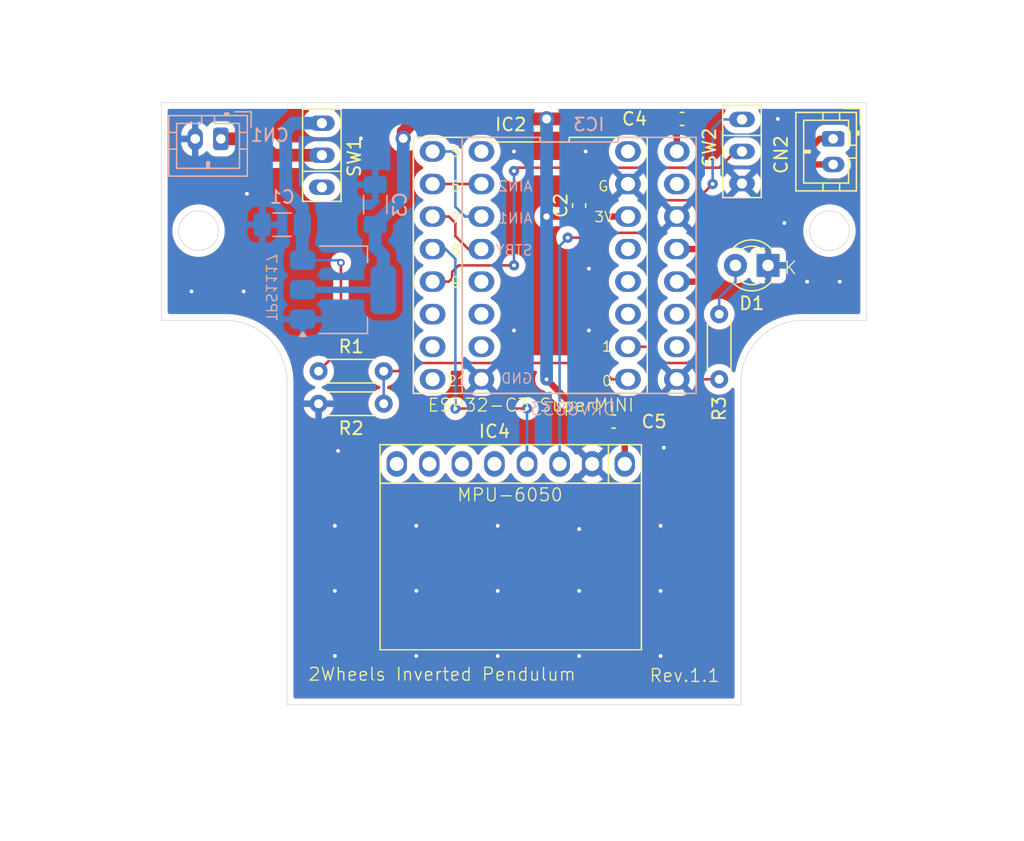
<source format=kicad_pcb>
(kicad_pcb (version 20241229) (generator "pcbnew") (generator_version "9.0")
  (layers (0 "F.Cu" signal) (2 "B.Cu" signal) (13 "F.Paste" user) (15 "B.Paste" user) (5 "F.SilkS" user "F.Silkscreen") (7 "B.SilkS" user "B.Silkscreen") (1 "F.Mask" user) (3 "B.Mask" user) (25 "Edge.Cuts" user))
  (net 0 "")
  (net 1 "GND")
  (net 2 "+3.3V")
  (net 3 "Net-(CN1-Pin_1)")
  (net 4 "Net-(CN2-Pin_1)")
  (net 5 "Net-(CN2-Pin_2)")
  (net 6 "Net-(D1-A)")
  (net 7 "Net-(IC1-VI)")
  (net 8 "Net-(IC2-GPIO8)")
  (net 9 "Net-(IC2-GPIO5)")
  (net 13 "Net-(IC2-GPIO0)")
  (net 15 "Net-(IC2-GPIO1)")
  (net 17 "Net-(IC2-GPIO7)")
  (net 20 "Net-(IC2-GPIO6)")
  (net 21 "Net-(IC2-GPIO9)")
  (net 30 "Net-(IC4-SCL)")
  (footprint "My_Library:MPU-6050 Module" (layer "F.Cu") (at 139.746 111.204 180)
    (property "Reference" "IC4" (at 1.27 2.54 180) (layer "F.SilkS"))
    (property "Value" "MPU-6050 Module")
    (fp_line (start 10.19 1.5) (end -10.19 1.5) (stroke (width 0.12)) (layer "F.SilkS"))
    (fp_line (start 10.19 -14.5) (end 10.19 1.5) (stroke (width 0.12)) (layer "F.SilkS"))
    (fp_line (start -7.62 -1.5) (end -7.62 1.5) (stroke (width 0.12)) (layer "F.SilkS"))
    (fp_line (start -10.19 1.5) (end -10.19 -14.5) (stroke (width 0.12)) (layer "F.SilkS"))
    (fp_line (start -10.19 -1.5) (end 10.19 -1.5) (stroke (width 0.12)) (layer "F.SilkS"))
    (fp_line (start -10.19 -14.5) (end 10.19 -14.5) (stroke (width 0.1)) (layer "F.SilkS"))
    (pad "1" thru_hole oval (at -8.89 0 180) (size 1.6 2) (drill 1.1) (layers "*.Cu" "*.Mask") (net 2 "+3.3V"))
    (pad "2" thru_hole oval (at -6.35 0 180) (size 1.6 2) (drill 1.1) (layers "*.Cu" "*.Mask") (net 1 "GND"))
    (pad "3" thru_hole oval (at -3.81 0 180) (size 1.6 2) (drill 1.1) (layers "*.Cu" "*.Mask") (net 30 "Net-(IC4-SCL)"))
    (pad "4" thru_hole oval (at -1.27 0 180) (size 1.6 2) (drill 1.1) (layers "*.Cu" "*.Mask") (net 8 "Net-(IC2-GPIO8)"))
    (pad "5" thru_hole oval (at 1.27 0 180) (size 1.6 2) (drill 1.1) (layers "*.Cu" "*.Mask"))
    (pad "6" thru_hole oval (at 3.81 0 180) (size 1.6 2) (drill 1.1) (layers "*.Cu" "*.Mask"))
    (pad "7" thru_hole oval (at 6.35 0 180) (size 1.6 2) (drill 1.1) (layers "*.Cu" "*.Mask"))
    (pad "8" thru_hole oval (at 8.89 0 180) (size 1.6 2) (drill 1.1) (layers "*.Cu" "*.Mask"))
  )
  (footprint "Capacitor_SMD:C_0603_1608Metric_Pad1.08x0.95mm_HandSolder" (layer "F.Cu") (at 145.08 91.0375 90)
    (property "Reference" "C2" (at 0 -1.43 90) (layer "F.SilkS"))
    (property "Value" "0.1uF(1608)")
    (fp_line (start -0.146267 -0.51) (end 0.146267 -0.51) (stroke (width 0.12)) (layer "F.SilkS"))
    (fp_line (start -0.146267 0.51) (end 0.146267 0.51) (stroke (width 0.12)) (layer "F.SilkS"))
    (pad "1" smd roundrect (at -0.8625 0 90) (size 1.075 0.95) (layers "F.Cu" "F.Mask" "F.Paste") (net 2 "+3.3V"))
    (pad "2" smd roundrect (at 0.8625 0 90) (size 1.075 0.95) (layers "F.Cu" "F.Mask" "F.Paste") (net 1 "GND"))
  )
  (footprint "Resistor_THT:R_Axial_DIN0204_L3.6mm_D1.6mm_P5.08mm_Horizontal" (layer "F.Cu") (at 124.76 103.965)
    (property "Reference" "R1" (at 2.54 -1.92 0) (layer "F.SilkS"))
    (property "Value" "33k")
    (fp_line (start 0.62 -0.92) (end 4.46 -0.92) (stroke (width 0.12)) (layer "F.SilkS"))
    (fp_line (start 0.62 0.92) (end 4.46 0.92) (stroke (width 0.12)) (layer "F.SilkS"))
    (pad "1" thru_hole circle (at 0 0) (size 1.4 1.4) (drill 0.7) (layers "*.Cu" "*.Mask") (net 7 "Net-(IC1-VI)"))
    (pad "2" thru_hole oval (at 5.08 0) (size 1.4 1.4) (drill 0.7) (layers "*.Cu" "*.Mask") (net 13 "Net-(IC2-GPIO0)"))
  )
  (footprint "My_Library:PinHeader_3_P2.00_d0.8" (layer "F.Cu") (at 157.78 86.82 -90)
    (property "Reference" "SW2" (at -0.32 2.54 90) (layer "F.SilkS"))
    (property "Value" "SS12D00G3")
    (fp_line (start -3.6 1.5) (end -3.6 -1.5) (stroke (width 0.12)) (layer "F.SilkS"))
    (fp_line (start 3.6 1.5) (end -3.6 1.5) (stroke (width 0.12)) (layer "F.SilkS"))
    (fp_line (start -3.6 -1.5) (end 3.6 -1.5) (stroke (width 0.12)) (layer "F.SilkS"))
    (fp_line (start -1.25 -1.5) (end -1.25 1.5) (stroke (width 0.12)) (layer "F.SilkS"))
    (fp_line (start 3.6 -1.5) (end 3.6 1.5) (stroke (width 0.12)) (layer "F.SilkS"))
    (pad "1" thru_hole oval (at -2.5 0 270) (size 1.2 2) (drill 0.8) (layers "*.Cu" "*.Mask") (net 30 "Net-(IC4-SCL)"))
    (pad "2" thru_hole oval (at 0 0 270) (size 1.2 2) (drill 0.8) (layers "*.Cu" "*.Mask") (net 21 "Net-(IC2-GPIO9)"))
    (pad "3" thru_hole oval (at 2.5 0 270) (size 1.2 2) (drill 0.8) (layers "*.Cu" "*.Mask") (net 1 "GND"))
  )
  (footprint "My_Library:PinHeader_3_P2.00_d0.8" (layer "F.Cu") (at 125.014 87.114 90)
    (property "Reference" "SW1" (at -0.170961 2.528492 90) (layer "F.SilkS"))
    (property "Value" "SS12D00G3")
    (fp_line (start 3.6 -1.5) (end 3.6 1.5) (stroke (width 0.12)) (layer "F.SilkS"))
    (fp_line (start -1.25 -1.5) (end -1.25 1.5) (stroke (width 0.12)) (layer "F.SilkS"))
    (fp_line (start -3.6 -1.5) (end 3.6 -1.5) (stroke (width 0.12)) (layer "F.SilkS"))
    (fp_line (start 3.6 1.5) (end -3.6 1.5) (stroke (width 0.12)) (layer "F.SilkS"))
    (fp_line (start -3.6 1.5) (end -3.6 -1.5) (stroke (width 0.12)) (layer "F.SilkS"))
    (pad "1" thru_hole oval (at -2.5 0 90) (size 1.2 2) (drill 0.8) (layers "*.Cu" "*.Mask"))
    (pad "2" thru_hole oval (at 0 0 90) (size 1.2 2) (drill 0.8) (layers "*.Cu" "*.Mask") (net 3 "Net-(CN1-Pin_1)"))
    (pad "3" thru_hole oval (at 2.5 0 90) (size 1.2 2) (drill 0.8) (layers "*.Cu" "*.Mask") (net 7 "Net-(IC1-VI)"))
  )
  (footprint "Capacitor_SMD:C_0603_1608Metric_Pad1.08x0.95mm_HandSolder" (layer "F.Cu") (at 147.7735 107.902 180)
    (property "Reference" "C5" (at -3.1485 0 0) (layer "F.SilkS"))
    (property "Value" "0.1uF(1608)" (hide yes))
    (fp_line (start -0.146267 0.51) (end 0.146267 0.51) (stroke (width 0.12)) (layer "F.SilkS"))
    (fp_line (start -0.146267 -0.51) (end 0.146267 -0.51) (stroke (width 0.12)) (layer "F.SilkS"))
    (pad "1" smd roundrect (at -0.8625 0 180) (size 1.075 0.95) (layers "F.Cu" "F.Mask" "F.Paste") (net 2 "+3.3V"))
    (pad "2" smd roundrect (at 0.8625 0 180) (size 1.075 0.95) (layers "F.Cu" "F.Mask" "F.Paste") (net 1 "GND"))
  )
  (footprint "Connector_JST:JST_PH_B2B-PH-K_1x02_P2.00mm_Vertical" (layer "F.Cu") (at 164.892 85.836 -90)
    (property "Reference" "CN2" (at 1.238 4.064 90) (layer "F.SilkS"))
    (property "Value" "B2B-PH-K-S")
    (fp_line (start -2.06 2.91) (end 4.06 2.91) (stroke (width 0.12)) (layer "F.SilkS"))
    (fp_line (start 4.06 2.91) (end 4.06 -1.81) (stroke (width 0.12)) (layer "F.SilkS"))
    (fp_line (start -1.45 2.3) (end 3.45 2.3) (stroke (width 0.12)) (layer "F.SilkS"))
    (fp_line (start 0.9 2.3) (end 0.9 1.8) (stroke (width 0.12)) (layer "F.SilkS"))
    (fp_line (start 1 2.3) (end 1 1.8) (stroke (width 0.12)) (layer "F.SilkS"))
    (fp_line (start 3.45 2.3) (end 3.45 -1.2) (stroke (width 0.12)) (layer "F.SilkS"))
    (fp_line (start 0.9 1.8) (end 1.1 1.8) (stroke (width 0.12)) (layer "F.SilkS"))
    (fp_line (start 1.1 1.8) (end 1.1 2.3) (stroke (width 0.12)) (layer "F.SilkS"))
    (fp_line (start -2.06 0.8) (end -1.45 0.8) (stroke (width 0.12)) (layer "F.SilkS"))
    (fp_line (start 4.06 0.8) (end 3.45 0.8) (stroke (width 0.12)) (layer "F.SilkS"))
    (fp_line (start -2.06 -0.5) (end -1.45 -0.5) (stroke (width 0.12)) (layer "F.SilkS"))
    (fp_line (start 4.06 -0.5) (end 3.45 -0.5) (stroke (width 0.12)) (layer "F.SilkS"))
    (fp_line (start -1.45 -1.2) (end -1.45 2.3) (stroke (width 0.12)) (layer "F.SilkS"))
    (fp_line (start 0.5 -1.2) (end -1.45 -1.2) (stroke (width 0.12)) (layer "F.SilkS"))
    (fp_line (start 1.5 -1.2) (end 1.5 -1.81) (stroke (width 0.12)) (layer "F.SilkS"))
    (fp_line (start 3.45 -1.2) (end 1.5 -1.2) (stroke (width 0.12)) (layer "F.SilkS"))
    (fp_line (start -2.06 -1.81) (end -2.06 2.91) (stroke (width 0.12)) (layer "F.SilkS"))
    (fp_line (start -0.3 -1.81) (end -0.3 -2.01) (stroke (width 0.12)) (layer "F.SilkS"))
    (fp_line (start 0.5 -1.81) (end 0.5 -1.2) (stroke (width 0.12)) (layer "F.SilkS"))
    (fp_line (start 4.06 -1.81) (end -2.06 -1.81) (stroke (width 0.12)) (layer "F.SilkS"))
    (fp_line (start -0.3 -1.91) (end -0.6 -1.91) (stroke (width 0.12)) (layer "F.SilkS"))
    (fp_line (start -0.6 -2.01) (end -0.6 -1.81) (stroke (width 0.12)) (layer "F.SilkS"))
    (fp_line (start -0.3 -2.01) (end -0.6 -2.01) (stroke (width 0.12)) (layer "F.SilkS"))
    (fp_line (start -2.36 -2.11) (end -2.36 -0.86) (stroke (width 0.12)) (layer "F.SilkS"))
    (fp_line (start -1.11 -2.11) (end -2.36 -2.11) (stroke (width 0.12)) (layer "F.SilkS"))
    (pad "1" thru_hole roundrect (at 0 0 270) (size 1.2 1.75) (drill 0.75) (layers "*.Cu" "*.Mask") (roundrect_rratio 0.208333) (net 4 "Net-(CN2-Pin_1)"))
    (pad "2" thru_hole oval (at 2 0 270) (size 1.2 1.75) (drill 0.75) (layers "*.Cu" "*.Mask") (net 5 "Net-(CN2-Pin_2)"))
  )
  (footprint "Resistor_THT:R_Axial_DIN0204_L3.6mm_D1.6mm_P5.08mm_Horizontal" (layer "F.Cu") (at 129.84 106.505 180)
    (property "Reference" "R2" (at 2.54 -1.92 0) (layer "F.SilkS"))
    (property "Value" "8.2k")
    (fp_line (start 0.62 0.92) (end 4.46 0.92) (stroke (width 0.12)) (layer "F.SilkS"))
    (fp_line (start 0.62 -0.92) (end 4.46 -0.92) (stroke (width 0.12)) (layer "F.SilkS"))
    (pad "1" thru_hole circle (at 0 0 180) (size 1.4 1.4) (drill 0.7) (layers "*.Cu" "*.Mask") (net 13 "Net-(IC2-GPIO0)"))
    (pad "2" thru_hole oval (at 5.08 0 180) (size 1.4 1.4) (drill 0.7) (layers "*.Cu" "*.Mask") (net 1 "GND"))
  )
  (footprint "Resistor_THT:R_Axial_DIN0204_L3.6mm_D1.6mm_P5.08mm_Horizontal" (layer "F.Cu") (at 156.002 104.6 90)
    (property "Reference" "R3" (at -2.286 0 90) (layer "F.SilkS"))
    (property "Value" "3.3k")
    (fp_line (start 0.62 -0.92) (end 4.46 -0.92) (stroke (width 0.12)) (layer "F.SilkS"))
    (fp_line (start 0.62 0.92) (end 4.46 0.92) (stroke (width 0.12)) (layer "F.SilkS"))
    (pad "1" thru_hole circle (at 0 0 90) (size 1.4 1.4) (drill 0.7) (layers "*.Cu" "*.Mask") (net 15 "Net-(IC2-GPIO1)"))
    (pad "2" thru_hole oval (at 5.08 0 90) (size 1.4 1.4) (drill 0.7) (layers "*.Cu" "*.Mask") (net 6 "Net-(D1-A)"))
  )
  (footprint "Capacitor_SMD:C_0603_1608Metric_Pad1.08x0.95mm_HandSolder" (layer "F.Cu") (at 153.1075 84.28)
    (property "Reference" "C4" (at -3.7095 0 0) (layer "F.SilkS"))
    (property "Value" "0.1uF(1608)")
    (fp_line (start -0.146267 -0.51) (end 0.146267 -0.51) (stroke (width 0.12)) (layer "F.SilkS"))
    (fp_line (start -0.146267 0.51) (end 0.146267 0.51) (stroke (width 0.12)) (layer "F.SilkS"))
    (pad "1" smd roundrect (at -0.8625 0) (size 1.075 0.95) (layers "F.Cu" "F.Mask" "F.Paste") (net 2 "+3.3V"))
    (pad "2" smd roundrect (at 0.8625 0) (size 1.075 0.95) (layers "F.Cu" "F.Mask" "F.Paste") (net 1 "GND"))
  )
  (footprint "My_Library:ESP32-C3 SuperMini" (layer "F.Cu") (at 141.27 95.71 -90)
    (property "Reference" "IC2" (at -10.99 1.524 0) (layer "F.SilkS"))
    (property "Value" "ESP32-C3 SuperMini")
    (fp_line (start -9.99 9.12) (end 9.99 9.12) (stroke (width 0.12)) (layer "F.SilkS"))
    (fp_line (start 9.99 9.12) (end 9.99 -9.12) (stroke (width 0.12)) (layer "F.SilkS"))
    (fp_line (start -9.99 3.039999) (end -9.99 9.12) (stroke (width 0.12)) (layer "F.SilkS"))
    (fp_line (start -9.63 3.039999) (end -9.99 3.039999) (stroke (width 0.12)) (layer "F.SilkS"))
    (fp_line (start -9.99 -3.04) (end -9.63 -3.04) (stroke (width 0.12)) (layer "F.SilkS"))
    (fp_line (start -9.63 -3.04) (end -9.63 3.039999) (stroke (width 0.12)) (layer "F.SilkS"))
    (fp_line (start -9.99 -9.12) (end -9.99 -3.04) (stroke (width 0.12)) (layer "F.SilkS"))
    (fp_line (start 9.99 -9.12) (end -9.99 -9.12) (stroke (width 0.12)) (layer "F.SilkS"))
    (pad "1" thru_hole oval (at -8.89 7.62 270) (size 1.6 2) (drill 1.1) (layers "*.Cu" "*.Mask") (net 9 "Net-(IC2-GPIO5)"))
    (pad "2" thru_hole oval (at -6.35 7.62 270) (size 1.6 2) (drill 1.1) (layers "*.Cu" "*.Mask") (net 20 "Net-(IC2-GPIO6)"))
    (pad "3" thru_hole oval (at -3.81 7.62 270) (size 1.6 2) (drill 1.1) (layers "*.Cu" "*.Mask") (net 17 "Net-(IC2-GPIO7)"))
    (pad "4" thru_hole oval (at -1.27 7.62 270) (size 1.6 2) (drill 1.1) (layers "*.Cu" "*.Mask") (net 8 "Net-(IC2-GPIO8)"))
    (pad "5" thru_hole oval (at 1.27 7.62 270) (size 1.6 2) (drill 1.1) (layers "*.Cu" "*.Mask") (net 21 "Net-(IC2-GPIO9)"))
    (pad "6" thru_hole oval (at 3.81 7.62 270) (size 1.6 2) (drill 1.1) (layers "*.Cu" "*.Mask"))
    (pad "7" thru_hole oval (at 6.35 7.62 270) (size 1.6 2) (drill 1.1) (layers "*.Cu" "*.Mask"))
    (pad "8" thru_hole oval (at 8.89 7.62 270) (size 1.6 2) (drill 1.1) (layers "*.Cu" "*.Mask"))
    (pad "9" thru_hole oval (at 8.89 -7.62 270) (size 1.6 2) (drill 1.1) (layers "*.Cu" "*.Mask") (net 13 "Net-(IC2-GPIO0)"))
    (pad "10" thru_hole oval (at 6.35 -7.62 270) (size 1.6 2) (drill 1.1) (layers "*.Cu" "*.Mask") (net 15 "Net-(IC2-GPIO1)"))
    (pad "11" thru_hole oval (at 3.81 -7.62 270) (size 1.6 2) (drill 1.1) (layers "*.Cu" "*.Mask"))
    (pad "12" thru_hole oval (at 1.27 -7.62 270) (size 1.6 2) (drill 1.1) (layers "*.Cu" "*.Mask"))
    (pad "13" thru_hole oval (at -1.27 -7.62 270) (size 1.6 2) (drill 1.1) (layers "*.Cu" "*.Mask"))
    (pad "14" thru_hole oval (at -3.81 -7.62 270) (size 1.6 2) (drill 1.1) (layers "*.Cu" "*.Mask") (net 2 "+3.3V"))
    (pad "15" thru_hole oval (at -6.35 -7.62 270) (size 1.6 2) (drill 1.1) (layers "*.Cu" "*.Mask") (net 1 "GND"))
    (pad "16" thru_hole oval (at -8.89 -7.62 270) (size 1.6 2) (drill 1.1) (layers "*.Cu" "*.Mask"))
  )
  (footprint "LED_THT:LED_D3.0mm" (layer "F.Cu") (at 159.812 95.71 180)
    (property "Reference" "D1" (at 1.27 -2.96 0) (layer "F.SilkS"))
    (property "Value" "GL3UR45")
    (fp_line (start -0.29 1.08) (end -0.29 1.236) (stroke (width 0.12)) (layer "F.SilkS"))
    (fp_line (start -0.29 -1.236) (end -0.29 -1.08) (stroke (width 0.12)) (layer "F.SilkS"))
    (fp_arc (start 2.941397 1.080061) (mid 1.365624 1.987701) (end -0.29 1.235516) (stroke (width 0.12)) (layer "F.SilkS"))
    (fp_arc (start 2.31091 1.080049) (mid 1.269965 1.5) (end 0.229039 1.08) (stroke (width 0.12)) (layer "F.SilkS"))
    (fp_arc (start 0.229039 -1.08) (mid 1.269965 -1.5) (end 2.31091 -1.080049) (stroke (width 0.12)) (layer "F.SilkS"))
    (fp_arc (start -0.29 -1.235516) (mid 1.365624 -1.987701) (end 2.941397 -1.080061) (stroke (width 0.12)) (layer "F.SilkS"))
    (pad "1" thru_hole rect (at 0 0 180) (size 1.8 1.8) (drill 0.9) (layers "*.Cu" "*.Mask") (net 1 "GND"))
    (pad "2" thru_hole circle (at 2.54 0 180) (size 1.8 1.8) (drill 0.9) (layers "*.Cu" "*.Mask") (net 6 "Net-(D1-A)"))
  )
  (footprint "Connector_JST:JST_PH_B2B-PH-K_1x02_P2.00mm_Vertical" (layer "B.Cu") (at 117.14 85.836 180)
    (property "Reference" "CN1" (at -3.81 0.286 0) (layer "B.SilkS") (effects (justify mirror)))
    (property "Value" "B2B-PH-K-S")
    (fp_line (start 4.06 1.81) (end 4.06 -2.91) (stroke (width 0.12)) (layer "B.SilkS"))
    (fp_line (start 4.06 -2.91) (end -2.06 -2.91) (stroke (width 0.12)) (layer "B.SilkS"))
    (fp_line (start 3.45 1.2) (end 3.45 -2.3) (stroke (width 0.12)) (layer "B.SilkS"))
    (fp_line (start 3.45 0.5) (end 4.06 0.5) (stroke (width 0.12)) (layer "B.SilkS"))
    (fp_line (start 3.45 -0.8) (end 4.06 -0.8) (stroke (width 0.12)) (layer "B.SilkS"))
    (fp_line (start 3.45 -2.3) (end -1.45 -2.3) (stroke (width 0.12)) (layer "B.SilkS"))
    (fp_line (start 1.5 1.81) (end 1.5 1.2) (stroke (width 0.12)) (layer "B.SilkS"))
    (fp_line (start 1.5 1.2) (end 3.45 1.2) (stroke (width 0.12)) (layer "B.SilkS"))
    (fp_line (start 1.1 -1.8) (end 0.9 -1.8) (stroke (width 0.12)) (layer "B.SilkS"))
    (fp_line (start 1.1 -2.3) (end 1.1 -1.8) (stroke (width 0.12)) (layer "B.SilkS"))
    (fp_line (start 1 -1.8) (end 1 -2.3) (stroke (width 0.12)) (layer "B.SilkS"))
    (fp_line (start 0.9 -1.8) (end 0.9 -2.3) (stroke (width 0.12)) (layer "B.SilkS"))
    (fp_line (start 0.5 1.2) (end 0.5 1.81) (stroke (width 0.12)) (layer "B.SilkS"))
    (fp_line (start -0.3 2.01) (end -0.3 1.81) (stroke (width 0.12)) (layer "B.SilkS"))
    (fp_line (start -0.6 2.01) (end -0.3 2.01) (stroke (width 0.12)) (layer "B.SilkS"))
    (fp_line (start -0.6 1.91) (end -0.3 1.91) (stroke (width 0.12)) (layer "B.SilkS"))
    (fp_line (start -0.6 1.81) (end -0.6 2.01) (stroke (width 0.12)) (layer "B.SilkS"))
    (fp_line (start -1.45 1.2) (end 0.5 1.2) (stroke (width 0.12)) (layer "B.SilkS"))
    (fp_line (start -1.45 0.5) (end -2.06 0.5) (stroke (width 0.12)) (layer "B.SilkS"))
    (fp_line (start -1.45 -0.8) (end -2.06 -0.8) (stroke (width 0.12)) (layer "B.SilkS"))
    (fp_line (start -1.45 -2.3) (end -1.45 1.2) (stroke (width 0.12)) (layer "B.SilkS"))
    (fp_line (start -2.06 1.81) (end 4.06 1.81) (stroke (width 0.12)) (layer "B.SilkS"))
    (fp_line (start -2.06 -2.91) (end -2.06 1.81) (stroke (width 0.12)) (layer "B.SilkS"))
    (fp_line (start -2.36 2.11) (end -1.11 2.11) (stroke (width 0.12)) (layer "B.SilkS"))
    (fp_line (start -2.36 0.86) (end -2.36 2.11) (stroke (width 0.12)) (layer "B.SilkS"))
    (pad "1" thru_hole roundrect (at 0 0 180) (size 1.2 1.75) (drill 0.75) (layers "*.Cu" "*.Mask") (roundrect_rratio 0.208333) (net 3 "Net-(CN1-Pin_1)"))
    (pad "2" thru_hole oval (at 2 0 180) (size 1.2 1.75) (drill 0.75) (layers "*.Cu" "*.Mask") (net 1 "GND"))
  )
  (footprint "My_Library:ESP32-C3 SuperMini" (layer "B.Cu") (at 145.08 95.71 -90)
    (property "Reference" "IC3" (at -10.99 -0.762 0) (layer "B.SilkS") (effects (justify mirror)))
    (property "Value" "DRV8835 Module")
    (fp_line (start -9.99 9.12) (end 9.99 9.12) (stroke (width 0.12)) (layer "B.SilkS"))
    (fp_line (start 9.99 9.12) (end 9.99 -9.12) (stroke (width 0.12)) (layer "B.SilkS"))
    (fp_line (start -9.99 3.04) (end -9.99 9.12) (stroke (width 0.12)) (layer "B.SilkS"))
    (fp_line (start -9.63 3.04) (end -9.99 3.04) (stroke (width 0.12)) (layer "B.SilkS"))
    (fp_line (start -9.99 -3.039999) (end -9.63 -3.039999) (stroke (width 0.12)) (layer "B.SilkS"))
    (fp_line (start -9.63 -3.039999) (end -9.63 3.04) (stroke (width 0.12)) (layer "B.SilkS"))
    (fp_line (start -9.99 -9.12) (end -9.99 -3.039999) (stroke (width 0.12)) (layer "B.SilkS"))
    (fp_line (start 9.99 -9.12) (end -9.99 -9.12) (stroke (width 0.12)) (layer "B.SilkS"))
    (pad "1" thru_hole oval (at -8.89 -7.62 270) (size 1.6 2) (drill 1.1) (layers "*.Cu" "*.Mask") (net 2 "+3.3V"))
    (pad "2" thru_hole oval (at -6.35 -7.62 270) (size 1.6 2) (drill 1.1) (layers "*.Cu" "*.Mask"))
    (pad "3" thru_hole oval (at -3.81 -7.62 270) (size 1.6 2) (drill 1.1) (layers "*.Cu" "*.Mask") (net 1 "GND"))
    (pad "4" thru_hole oval (at -1.27 -7.62 270) (size 1.6 2) (drill 1.1) (layers "*.Cu" "*.Mask") (net 4 "Net-(CN2-Pin_1)"))
    (pad "5" thru_hole oval (at 1.27 -7.62 270) (size 1.6 2) (drill 1.1) (layers "*.Cu" "*.Mask") (net 5 "Net-(CN2-Pin_2)"))
    (pad "6" thru_hole oval (at 3.81 -7.62 270) (size 1.6 2) (drill 1.1) (layers "*.Cu" "*.Mask"))
    (pad "7" thru_hole oval (at 6.35 -7.62 270) (size 1.6 2) (drill 1.1) (layers "*.Cu" "*.Mask"))
    (pad "8" thru_hole oval (at 8.89 -7.62 270) (size 1.6 2) (drill 1.1) (layers "*.Cu" "*.Mask") (net 1 "GND"))
    (pad "9" thru_hole oval (at 8.89 7.62 270) (size 1.6 2) (drill 1.1) (layers "*.Cu" "*.Mask") (net 1 "GND"))
    (pad "10" thru_hole oval (at 6.35 7.62 270) (size 1.6 2) (drill 1.1) (layers "*.Cu" "*.Mask"))
    (pad "11" thru_hole oval (at 3.81 7.62 270) (size 1.6 2) (drill 1.1) (layers "*.Cu" "*.Mask"))
    (pad "12" thru_hole oval (at 1.27 7.62 270) (size 1.6 2) (drill 1.1) (layers "*.Cu" "*.Mask"))
    (pad "13" thru_hole oval (at -1.27 7.62 270) (size 1.6 2) (drill 1.1) (layers "*.Cu" "*.Mask") (net 17 "Net-(IC2-GPIO7)"))
    (pad "14" thru_hole oval (at -3.81 7.62 270) (size 1.6 2) (drill 1.1) (layers "*.Cu" "*.Mask") (net 9 "Net-(IC2-GPIO5)"))
    (pad "15" thru_hole oval (at -6.35 7.62 270) (size 1.6 2) (drill 1.1) (layers "*.Cu" "*.Mask") (net 20 "Net-(IC2-GPIO6)"))
    (pad "16" thru_hole oval (at -8.89 7.62 270) (size 1.6 2) (drill 1.1) (layers "*.Cu" "*.Mask"))
  )
  (footprint "Capacitor_SMD:C_1206_3216Metric_Pad1.33x1.80mm_HandSolder" (layer "B.Cu") (at 129.1796 90.9725 90)
    (property "Reference" "C3" (at 0 1.9304 90) (layer "B.SilkS") (effects (justify mirror)))
    (property "Value" "10uF16V(3216)")
    (fp_line (start 0.711252 -0.91) (end -0.711252 -0.91) (stroke (width 0.12)) (layer "B.SilkS"))
    (fp_line (start 0.711252 0.91) (end -0.711252 0.91) (stroke (width 0.12)) (layer "B.SilkS"))
    (pad "1" smd roundrect (at -1.5625 0 90) (size 1.325 1.8) (layers "B.Cu" "B.Mask" "B.Paste") (roundrect_rratio 0.188679) (net 2 "+3.3V"))
    (pad "2" smd roundrect (at 1.5625 0 90) (size 1.325 1.8) (layers "B.Cu" "B.Mask" "B.Paste") (roundrect_rratio 0.188679) (net 1 "GND"))
  )
  (footprint "Package_TO_SOT_SMD:SOT-223-3_TabPin2" (layer "B.Cu") (at 126.665 97.615)
    (property "Reference" "IC1" (hide yes))
    (property "Value" "TPS1117LV33S" (hide yes))
    (fp_line (start 1.91 -3.41) (end -1.85 -3.41) (stroke (width 0.12)) (layer "B.SilkS"))
    (fp_line (start 1.91 -2.15) (end 1.91 -3.41) (stroke (width 0.12)) (layer "B.SilkS"))
    (fp_line (start 1.91 2.15) (end 1.91 3.41) (stroke (width 0.12)) (layer "B.SilkS"))
    (fp_line (start 1.91 3.41) (end -1.85 3.41) (stroke (width 0.12)) (layer "B.SilkS"))
    (fp_poly (pts (xy -3.13 3.31) (xy -3.37 3.64) (xy -2.89 3.64) (xy -3.13 3.31)) (stroke (width 0.12)) (fill yes) (layer "B.SilkS"))
    (pad "1" smd roundrect (at -3.15 2.3) (size 2 1.5) (layers "B.Cu" "B.Mask" "B.Paste") (net 1 "GND"))
    (pad "2" smd roundrect (at -3.15 0) (size 2 1.5) (layers "B.Cu" "B.Mask" "B.Paste") (net 2 "+3.3V"))
    (pad "2" smd roundrect (at 3.15 0) (size 2 3.8) (layers "B.Cu" "B.Mask" "B.Paste") (net 2 "+3.3V"))
    (pad "3" smd roundrect (at -3.15 -2.3) (size 2 1.5) (layers "B.Cu" "B.Mask" "B.Paste") (net 7 "Net-(IC1-VI)"))
  )
  (footprint "Capacitor_SMD:C_1206_3216Metric_Pad1.33x1.80mm_HandSolder" (layer "B.Cu") (at 121.9275 92.535 180)
    (property "Reference" "C1" (at 0 2.159 0) (layer "B.SilkS") (effects (justify mirror)))
    (property "Value" "10uF16V(3216)")
    (fp_line (start 0.711252 0.91) (end -0.711252 0.91) (stroke (width 0.12)) (layer "B.SilkS"))
    (fp_line (start 0.711252 -0.91) (end -0.711252 -0.91) (stroke (width 0.12)) (layer "B.SilkS"))
    (pad "1" smd roundrect (at -1.5625 0 180) (size 1.325 1.8) (layers "B.Cu" "B.Mask" "B.Paste") (roundrect_rratio 0.188679) (net 7 "Net-(IC1-VI)"))
    (pad "2" smd roundrect (at 1.5625 0 180) (size 1.325 1.8) (layers "B.Cu" "B.Mask" "B.Paste") (roundrect_rratio 0.188679) (net 1 "GND"))
  )
  (gr_arc (start 117.5 100) (mid 120.894113 101.405887) (end 122.3 104.8) (stroke (width 0.05)) (layer "Edge.Cuts"))
  (gr_line (start 112.5 83) (end 167.5 83) (stroke (width 0.05)) (layer "Edge.Cuts"))
  (gr_line (start 162.5 100) (end 167.5 100) (stroke (width 0.05)) (layer "Edge.Cuts"))
  (gr_circle (center 164.6 93) (end 166.15 93) (stroke (width 0.05)) (fill no) (layer "Edge.Cuts"))
  (gr_line (start 122.3 130) (end 122.3 104.8) (stroke (width 0.05)) (layer "Edge.Cuts"))
  (gr_line (start 140 130) (end 122.3 130) (stroke (width 0.05)) (layer "Edge.Cuts"))
  (gr_line (start 167.5 100) (end 167.5 83) (stroke (width 0.05)) (layer "Edge.Cuts"))
  (gr_arc (start 157.7 104.8) (mid 159.105887 101.405887) (end 162.5 100) (stroke (width 0.05)) (layer "Edge.Cuts"))
  (gr_line (start 140 130) (end 157.7 130) (stroke (width 0.05)) (layer "Edge.Cuts"))
  (gr_line (start 112.5 100) (end 112.5 83) (stroke (width 0.05)) (layer "Edge.Cuts"))
  (gr_line (start 157.7 130) (end 157.7 104.8) (stroke (width 0.05)) (layer "Edge.Cuts"))
  (gr_circle (center 115.4 93) (end 116.95 93) (stroke (width 0.05)) (fill no) (layer "Edge.Cuts"))
  (gr_line (start 117.5 100) (end 112.5 100) (stroke (width 0.05)) (layer "Edge.Cuts"))
  (gr_text "MPU-6050" (at 135.5 114.2 0) (layer "F.SilkS") (effects (font (size 1 1) (thickness 0.1)) (justify left bottom)))
  (gr_text "K" (at 161 96.5 0) (layer "F.SilkS") (effects (font (size 1 1) (thickness 0.1)) (justify left bottom)))
  (gr_text "1" (at 146.8 102.5 0) (layer "F.SilkS") (effects (font (size 0.8 0.8) (thickness 0.1)) (justify left bottom)))
  (gr_text "ESP32-C3 SuperMINI" (at 133.2 107.2 0) (layer "F.SilkS") (effects (font (size 1 1) (thickness 0.1)) (justify left bottom)))
  (gr_text "6" (at 135 90 0) (layer "F.SilkS") (effects (font (size 0.8 0.8) (thickness 0.1)) (justify left bottom)))
  (gr_text "7" (at 135 92.5 0) (layer "F.SilkS") (effects (font (size 0.8 0.8) (thickness 0.1)) (justify left bottom)))
  (gr_text "2Wheels Inverted Pendulum" (at 123.9 128.2 0) (layer "F.SilkS") (effects (font (size 1 1) (thickness 0.1)) (justify left bottom)))
  (gr_text "5" (at 135 87.3 0) (layer "F.SilkS") (effects (font (size 0.8 0.8) (thickness 0.1)) (justify left bottom)))
  (gr_text "G" (at 146.5 90 0) (layer "F.SilkS") (effects (font (size 0.8 0.8) (thickness 0.1)) (justify left bottom)))
  (gr_text "21" (at 134.7 105.2 0) (layer "F.SilkS") (effects (font (size 0.8 0.8) (thickness 0.1)) (justify left bottom)))
  (gr_text "Rev.1.1" (at 150.5 128.3 0) (layer "F.SilkS") (effects (font (size 1 1) (thickness 0.1)) (justify left bottom)))
  (gr_text "8" (at 135 95 0) (layer "F.SilkS") (effects (font (size 0.8 0.8) (thickness 0.1)) (justify left bottom)))
  (gr_text "3V" (at 146.2 92.4 0) (layer "F.SilkS") (effects (font (size 0.8 0.8) (thickness 0.1)) (justify left bottom)))
  (gr_text "9" (at 135 97.5 0) (layer "F.SilkS") (effects (font (size 0.8 0.8) (thickness 0.1)) (justify left bottom)))
  (gr_text "0" (at 146.8 105.2 0) (layer "F.SilkS") (effects (font (size 0.8 0.8) (thickness 0.1)) (justify left bottom)))
  (gr_text "DRV8833" (at 148 107.5 0) (layer "B.SilkS") (effects (font (size 1 1) (thickness 0.1)) (justify left bottom mirror)))
  (gr_text "TPS1117" (at 120.6 100.1 270) (layer "B.SilkS") (effects (font (size 0.8 0.8) (thickness 0.1)) (justify left bottom mirror)))
  (gr_text "AIN1" (at 141.5 92.5 0) (layer "B.SilkS") (effects (font (size 0.8 0.8) (thickness 0.1)) (justify left bottom mirror)))
  (gr_text "STBY" (at 141.5 95 0) (layer "B.SilkS") (effects (font (size 0.8 0.8) (thickness 0.1)) (justify left bottom mirror)))
  (gr_text "AIN2" (at 141.5 90 0) (layer "B.SilkS") (effects (font (size 0.8 0.8) (thickness 0.1)) (justify left bottom mirror)))
  (gr_text "GND" (at 141.5 105 0) (layer "B.SilkS") (effects (font (size 0.8 0.8) (thickness 0.1)) (justify left bottom mirror)))
  (via (at 145.08 121.11) (size 0.8) (drill 0.3) (layers "F.Cu" "B.Cu") (net 1))
  (via (at 151.43 126.19) (size 0.8) (drill 0.3) (layers "F.Cu" "B.Cu") (net 1))
  (via (at 140 86.82) (size 0.8) (drill 0.3) (layers "F.Cu" "B.Cu") (net 1))
  (via (at 145.08 126.19) (size 0.8) (drill 0.3) (layers "F.Cu" "B.Cu") (net 1))
  (via (at 160.574 84.28) (size 0.8) (drill 0.3) (layers "F.Cu" "B.Cu") (net 1))
  (via (at 140 100.79) (size 0.8) (drill 0.3) (layers "F.Cu" "B.Cu") (net 1))
  (via (at 162.86 96.98) (size 0.8) (drill 0.3) (layers "F.Cu" "B.Cu") (net 1))
  (via (at 126.03 126.19) (size 0.8) (drill 0.3) (layers "F.Cu" "B.Cu") (net 1))
  (via (at 132.38 116.03) (size 0.8) (drill 0.3) (layers "F.Cu" "B.Cu") (net 1))
  (via (at 126.284 110.188) (size 0.8) (drill 0.3) (layers "F.Cu" "B.Cu") (net 1))
  (via (at 165.4 96.98) (size 0.8) (drill 0.3) (layers "F.Cu" "B.Cu") (net 1))
  (via (at 138.73 121.11) (size 0.8) (drill 0.3) (layers "F.Cu" "B.Cu") (net 1))
  (via (at 145.842 95.964) (size 0.8) (drill 0.3) (layers "F.Cu" "B.Cu") (net 1))
  (via (at 145.08 116.284) (size 0.8) (drill 0.3) (layers "F.Cu" "B.Cu") (net 1))
  (via (at 151.684 109.934) (size 0.8) (drill 0.3) (layers "F.Cu" "B.Cu") (net 1))
  (via (at 145.842 100.79) (size 0.8) (drill 0.3) (layers "F.Cu" "B.Cu") (net 1))
  (via (at 145.588 86.82) (size 0.8) (drill 0.3) (layers "F.Cu" "B.Cu") (net 1))
  (via (at 161.082 92.408) (size 0.8) (drill 0.3) (layers "F.Cu" "B.Cu") (net 1))
  (via (at 119.172 90.122) (size 0.8) (drill 0.3) (layers "F.Cu" "B.Cu") (net 1))
  (via (at 138.73 126.19) (size 0.8) (drill 0.3) (layers "F.Cu" "B.Cu") (net 1))
  (via (at 132.38 126.19) (size 0.8) (drill 0.3) (layers "F.Cu" "B.Cu") (net 1))
  (via (at 126.03 116.03) (size 0.8) (drill 0.3) (layers "F.Cu" "B.Cu") (net 1))
  (via (at 128.062 85.804) (size 0.8) (drill 0.3) (layers "F.Cu" "B.Cu") (net 1))
  (via (at 138.73 116.03) (size 0.8) (drill 0.3) (layers "F.Cu" "B.Cu") (net 1))
  (via (at 151.43 116.03) (size 0.8) (drill 0.3) (layers "F.Cu" "B.Cu") (net 1))
  (via (at 118.918 97.742) (size 0.8) (drill 0.3) (layers "F.Cu" "B.Cu") (net 1))
  (via (at 126.03 121.11) (size 0.8) (drill 0.3) (layers "F.Cu" "B.Cu") (net 1))
  (via (at 114.854 97.742) (size 0.8) (drill 0.3) (layers "F.Cu" "B.Cu") (net 1))
  (via (at 151.43 121.11) (size 0.8) (drill 0.3) (layers "F.Cu" "B.Cu") (net 1))
  (via (at 132.38 121.11) (size 0.8) (drill 0.3) (layers "F.Cu" "B.Cu") (net 1))
  (segment (start 131.364 85.296) (end 132.38 84.28) (width 1) (layer "F.Cu") (net 2))
  (segment (start 148.636 107.902) (end 148.636 106.886) (width 0.5) (layer "F.Cu") (net 2))
  (segment (start 145.08 91.9) (end 148.89 91.9) (width 0.5) (layer "F.Cu") (net 2))
  (segment (start 132.38 84.28) (end 142.54 84.28) (width 1) (layer "F.Cu") (net 2))
  (segment (start 150.16 84.28) (end 152.245 84.28) (width 1) (layer "F.Cu") (net 2))
  (segment (start 145.08 91.9) (end 142.54 91.9) (width 0.5) (layer "F.Cu") (net 2))
  (segment (start 148.636 107.902) (end 148.636 111.204) (width 0.5) (layer "F.Cu") (net 2))
  (segment (start 144.064 106.124) (end 147.874 106.124) (width 0.5) (layer "F.Cu") (net 2))
  (segment (start 152.7 85.55) (end 152.7 86.82) (width 0.5) (layer "F.Cu") (net 2))
  (segment (start 131.364 85.804) (end 131.364 85.296) (width 1) (layer "F.Cu") (net 2))
  (segment (start 148.636 106.886) (end 147.874 106.124) (width 0.5) (layer "F.Cu") (net 2))
  (segment (start 142.54 84.28) (end 150.16 84.28) (width 1) (layer "F.Cu") (net 2))
  (segment (start 142.54 104.6) (end 144.064 106.124) (width 0.5) (layer "F.Cu") (net 2))
  (segment (start 152.245 84.28) (end 152.245 85.095) (width 0.5) (layer "F.Cu") (net 2))
  (segment (start 152.245 85.095) (end 152.7 85.55) (width 0.5) (layer "F.Cu") (net 2))
  (via (at 142.54 84.28) (size 1.2) (drill 0.7) (layers "F.Cu" "B.Cu") (net 2))
  (via (at 142.54 91.9) (size 0.9) (drill 0.5) (layers "F.Cu" "B.Cu") (net 2))
  (via (at 131.364 85.804) (size 1.2) (drill 0.7) (layers "F.Cu" "B.Cu") (net 2))
  (via (at 142.54 104.6) (size 0.8) (drill 0.3) (layers "F.Cu" "B.Cu") (net 2))
  (segment (start 129.1796 92.535) (end 131.364 90.3506) (width 1) (layer "B.Cu") (net 2))
  (segment (start 142.54 89.36) (end 142.54 90.376) (width 1) (layer "B.Cu") (net 2))
  (segment (start 129.1796 94.2876) (end 129.1796 92.535) (width 1) (layer "B.Cu") (net 2))
  (segment (start 142.54 90.376) (end 142.54 91.138) (width 1) (layer "B.Cu") (net 2))
  (segment (start 142.54 91.9) (end 142.54 92.662) (width 1) (layer "B.Cu") (net 2))
  (segment (start 131.364 90.3506) (end 131.364 85.804) (width 1) (layer "B.Cu") (net 2))
  (segment (start 129.815 97.615) (end 129.815 94.973) (width 1) (layer "B.Cu") (net 2))
  (segment (start 123.515 97.615) (end 129.815 97.615) (width 0.5) (layer "B.Cu") (net 2))
  (segment (start 129.815 94.973) (end 129.84 94.948) (width 1) (layer "B.Cu") (net 2))
  (segment (start 142.54 91.646) (end 142.54 91.9) (width 1) (layer "B.Cu") (net 2))
  (segment (start 142.54 84.28) (end 142.54 89.36) (width 1) (layer "B.Cu") (net 2))
  (segment (start 142.54 91.138) (end 142.54 91.646) (width 1) (layer "B.Cu") (net 2))
  (segment (start 142.54 92.662) (end 142.54 104.6) (width 1) (layer "B.Cu") (net 2))
  (segment (start 129.84 94.948) (end 129.1796 94.2876) (width 1) (layer "B.Cu") (net 2))
  (segment (start 142.54 91.138) (end 142.593 91.085) (width 0.5) (layer "B.Cu") (net 2))
  (segment (start 119.966 85.836) (end 121.244 87.114) (width 1) (layer "F.Cu") (net 3))
  (segment (start 117.14 85.836) (end 119.966 85.836) (width 1) (layer "F.Cu") (net 3))
  (segment (start 121.244 87.114) (end 125.014 87.114) (width 1) (layer "F.Cu") (net 3))
  (segment (start 154.224 94.44) (end 154.732 93.932) (width 0.5) (layer "F.Cu") (net 4))
  (segment (start 163.844 85.836) (end 164.892 85.836) (width 0.5) (layer "F.Cu") (net 4))
  (segment (start 152.7 94.44) (end 154.224 94.44) (width 0.5) (layer "F.Cu") (net 4))
  (segment (start 160.066 90.122) (end 160.066 88.598) (width 0.5) (layer "F.Cu") (net 4))
  (segment (start 162.86 86.82) (end 163.844 85.836) (width 0.5) (layer "F.Cu") (net 4))
  (segment (start 161.844 86.82) (end 162.86 86.82) (width 0.5) (layer "F.Cu") (net 4))
  (segment (start 154.732 93.932) (end 154.732 91.9) (width 0.5) (layer "F.Cu") (net 4))
  (segment (start 154.732 91.9) (end 155.748 90.884) (width 0.5) (layer "F.Cu") (net 4))
  (segment (start 159.304 90.884) (end 160.066 90.122) (width 0.5) (layer "F.Cu") (net 4))
  (segment (start 155.748 90.884) (end 159.304 90.884) (width 0.5) (layer "F.Cu") (net 4))
  (segment (start 160.066 88.598) (end 161.844 86.82) (width 0.5) (layer "F.Cu") (net 4))
  (segment (start 154.224 96.98) (end 152.7 96.98) (width 0.5) (layer "F.Cu") (net 5))
  (segment (start 161.082 88.598) (end 161.082 90.376) (width 0.5) (layer "F.Cu") (net 5))
  (segment (start 156.256 91.646) (end 155.494 92.408) (width 0.5) (layer "F.Cu") (net 5))
  (segment (start 154.732 95.456) (end 154.732 96.472) (width 0.5) (layer "F.Cu") (net 5))
  (segment (start 155.494 92.408) (end 155.494 94.694) (width 0.5) (layer "F.Cu") (net 5))
  (segment (start 159.812 91.646) (end 156.256 91.646) (width 0.5) (layer "F.Cu") (net 5))
  (segment (start 161.844 87.836) (end 161.082 88.598) (width 0.5) (layer "F.Cu") (net 5))
  (segment (start 154.732 96.472) (end 154.224 96.98) (width 0.5) (layer "F.Cu") (net 5))
  (segment (start 155.494 94.694) (end 154.732 95.456) (width 0.5) (layer "F.Cu") (net 5))
  (segment (start 164.892 87.836) (end 161.844 87.836) (width 0.5) (layer "F.Cu") (net 5))
  (segment (start 161.082 90.376) (end 159.812 91.646) (width 0.5) (layer "F.Cu") (net 5))
  (segment (start 157.272 96.98) (end 156.002 98.25) (width 0.2) (layer "B.Cu") (net 6))
  (segment (start 157.272 95.71) (end 157.272 96.98) (width 0.2) (layer "B.Cu") (net 6))
  (segment (start 156.002 98.25) (end 156.002 99.52) (width 0.2) (layer "B.Cu") (net 6))
  (segment (start 124.76 103.965) (end 126.5 102.225) (width 0.2) (layer "F.Cu") (net 7))
  (segment (start 126.5 102.225) (end 126.5 95.5) (width 0.2) (layer "F.Cu") (net 7))
  (via (at 126.5 95.5) (size 0.6) (drill 0.3) (layers "F.Cu" "B.Cu") (net 7))
  (segment (start 123.5 91.2) (end 122.2 89.9) (width 1) (layer "B.Cu") (net 7))
  (segment (start 123.49 92.535) (end 123.49 95.29) (width 1) (layer "B.Cu") (net 7))
  (segment (start 123.49 92.535) (end 123.49 91.21) (width 1) (layer "B.Cu") (net 7))
  (segment (start 126.315 95.315) (end 123.515 95.315) (width 0.2) (layer "B.Cu") (net 7))
  (segment (start 123.49 95.29) (end 123.515 95.315) (width 1) (layer "B.Cu") (net 7))
  (segment (start 126.5 95.5) (end 126.315 95.315) (width 0.2) (layer "B.Cu") (net 7))
  (segment (start 122.814 84.614) (end 125.014 84.614) (width 1) (layer "B.Cu") (net 7))
  (segment (start 123.49 91.21) (end 123.5 91.2) (width 1) (layer "B.Cu") (net 7))
  (segment (start 122.2 89.9) (end 122.2 85.2) (width 1) (layer "B.Cu") (net 7))
  (segment (start 122.2 85.2) (end 122.8 84.6) (width 1) (layer "B.Cu") (net 7))
  (segment (start 122.8 84.6) (end 122.814 84.614) (width 1) (layer "B.Cu") (net 7))
  (segment (start 135.428 106.886) (end 141.016 106.886) (width 0.2) (layer "F.Cu") (net 8))
  (via (at 141.016 106.886) (size 0.8) (drill 0.3) (layers "F.Cu" "B.Cu") (net 8))
  (via (at 135.428 106.886) (size 0.8) (drill 0.3) (layers "F.Cu" "B.Cu") (net 8))
  (segment (start 135.428 95.202) (end 135.428 106.886) (width 0.2) (layer "B.Cu") (net 8))
  (segment (start 134.666 94.44) (end 135.428 95.202) (width 0.2) (layer "B.Cu") (net 8))
  (segment (start 133.65 94.44) (end 134.666 94.44) (width 0.2) (layer "B.Cu") (net 8))
  (segment (start 141.016 106.886) (end 141.016 111.204) (width 0.2) (layer "B.Cu") (net 8))
  (segment (start 136.19 91.9) (end 137.46 91.9) (width 0.2) (layer "B.Cu") (net 9))
  (segment (start 135.174 86.82) (end 135.428 87.074) (width 0.2) (layer "B.Cu") (net 9))
  (segment (start 135.428 91.138) (end 136.19 91.9) (width 0.2) (layer "B.Cu") (net 9))
  (segment (start 133.65 86.82) (end 135.174 86.82) (width 0.2) (layer "B.Cu") (net 9))
  (segment (start 135.428 87.074) (end 135.428 91.138) (width 0.2) (layer "B.Cu") (net 9))
  (segment (start 146.35 103.33) (end 147.62 104.6) (width 0.2) (layer "F.Cu") (net 13))
  (segment (start 130.983 103.965) (end 129.84 103.965) (width 0.2) (layer "F.Cu") (net 13))
  (segment (start 147.62 104.6) (end 148.89 104.6) (width 0.2) (layer "F.Cu") (net 13))
  (segment (start 131.618 103.33) (end 130.983 103.965) (width 0.2) (layer "F.Cu") (net 13))
  (segment (start 131.618 103.33) (end 146.35 103.33) (width 0.2) (layer "F.Cu") (net 13))
  (segment (start 129.84 103.965) (end 129.84 106.505) (width 0.2) (layer "B.Cu") (net 13))
  (segment (start 151.684 103.33) (end 154.351 103.33) (width 0.2) (layer "F.Cu") (net 15))
  (segment (start 154.478 103.457) (end 154.478 104.346) (width 0.2) (layer "F.Cu") (net 15))
  (segment (start 150.414 102.06) (end 151.684 103.33) (width 0.2) (layer "F.Cu") (net 15))
  (segment (start 154.732 104.6) (end 156.002 104.6) (width 0.2) (layer "F.Cu") (net 15))
  (segment (start 148.89 102.06) (end 150.414 102.06) (width 0.2) (layer "F.Cu") (net 15))
  (segment (start 148.89 102.06) (end 149.144 102.06) (width 0.5) (layer "F.Cu") (net 15))
  (segment (start 154.351 103.33) (end 154.478 103.457) (width 0.2) (layer "F.Cu") (net 15))
  (segment (start 154.478 104.346) (end 154.732 104.6) (width 0.2) (layer "F.Cu") (net 15))
  (segment (start 134.92 91.9) (end 135.428 92.408) (width 0.2) (layer "F.Cu") (net 17))
  (segment (start 135.428 93.424) (end 136.444 94.44) (width 0.2) (layer "F.Cu") (net 17))
  (segment (start 135.428 92.408) (end 135.428 93.424) (width 0.2) (layer "F.Cu") (net 17))
  (segment (start 136.444 94.44) (end 137.46 94.44) (width 0.2) (layer "F.Cu") (net 17))
  (segment (start 133.65 91.9) (end 134.92 91.9) (width 0.2) (layer "F.Cu") (net 17))
  (segment (start 137.46 89.36) (end 133.65 89.36) (width 0.2) (layer "F.Cu") (net 20))
  (segment (start 134.92 96.98) (end 135.174 96.726) (width 0.2) (layer "F.Cu") (net 21))
  (segment (start 135.174 96.218) (end 135.682 95.71) (width 0.2) (layer "F.Cu") (net 21))
  (segment (start 157.272 86.82) (end 157.78 86.82) (width 0.2) (layer "F.Cu") (net 21))
  (segment (start 135.174 96.726) (end 135.174 96.218) (width 0.2) (layer "F.Cu") (net 21))
  (segment (start 135.682 95.71) (end 140 95.71) (width 0.2) (layer "F.Cu") (net 21))
  (segment (start 140.254 88.09) (end 156.002 88.09) (width 0.2) (layer "F.Cu") (net 21))
  (segment (start 140 88.344) (end 140.254 88.09) (width 0.2) (layer "F.Cu") (net 21))
  (segment (start 156.002 88.09) (end 157.272 86.82) (width 0.2) (layer "F.Cu") (net 21))
  (segment (start 133.65 96.98) (end 134.92 96.98) (width 0.2) (layer "F.Cu") (net 21))
  (via (at 140 88.344) (size 0.8) (drill 0.3) (layers "F.Cu" "B.Cu") (net 21))
  (via (at 140 95.71) (size 0.8) (drill 0.3) (layers "F.Cu" "B.Cu") (net 21))
  (segment (start 140 95.71) (end 140 88.344) (width 0.2) (layer "B.Cu") (net 21))
  (segment (start 144.191 93.551) (end 146.223 93.551) (width 0.2) (layer "F.Cu") (net 30))
  (segment (start 146.604 93.17) (end 150.287 93.17) (width 0.2) (layer "F.Cu") (net 30))
  (segment (start 150.795 90.63) (end 154.224 90.63) (width 0.2) (layer "F.Cu") (net 30))
  (segment (start 150.541 90.884) (end 150.795 90.63) (width 0.2) (layer "F.Cu") (net 30))
  (segment (start 144.191 93.551) (end 144.318 93.424) (width 0.2) (layer "F.Cu") (net 30))
  (segment (start 150.287 93.17) (end 150.541 92.916) (width 0.2) (layer "F.Cu") (net 30))
  (segment (start 146.223 93.551) (end 146.604 93.17) (width 0.2) (layer "F.Cu") (net 30))
  (segment (start 154.224 90.63) (end 155.494 89.36) (width 0.2) (layer "F.Cu") (net 30))
  (segment (start 150.541 92.916) (end 150.541 90.884) (width 0.2) (layer "F.Cu") (net 30))
  (via (at 155.494 89.36) (size 0.8) (drill 0.3) (layers "F.Cu" "B.Cu") (net 30))
  (via (at 144.191 93.551) (size 0.8) (drill 0.3) (layers "F.Cu" "B.Cu") (net 30))
  (segment (start 155.494 89.36) (end 155.494 85.042) (width 0.2) (layer "B.Cu") (net 30))
  (segment (start 143.556 94.186) (end 143.556 111.204) (width 0.2) (layer "B.Cu") (net 30))
  (segment (start 156.216 84.32) (end 157.78 84.32) (width 0.2) (layer "B.Cu") (net 30))
  (segment (start 143.556 94.186) (end 144.191 93.551) (width 0.2) (layer "B.Cu") (net 30))
  (segment (start 155.494 85.042) (end 156.216 84.32) (width 0.2) (layer "B.Cu") (net 30))
  (zone (net 1) (net_name "GND") (layer "F.Cu") (connect_pads (clearance 0.5)) (min_thickness 0.25) (fill yes (thermal_gap 0.5) (thermal_bridge_width 0.5))
    (polygon (pts (xy 112.06 81.74) (xy 167.94 81.74) (xy 167.94 130) (xy 112.06 130)))
  )
  (zone (net 1) (net_name "GND") (layer "B.Cu") (priority 1) (connect_pads (clearance 0.5)) (min_thickness 0.25) (fill yes (thermal_gap 0.5) (thermal_bridge_width 0.5))
    (polygon (pts (xy 112.06 81.74) (xy 167.94 81.74) (xy 167.94 130) (xy 112.06 130)))
  )
)
</source>
